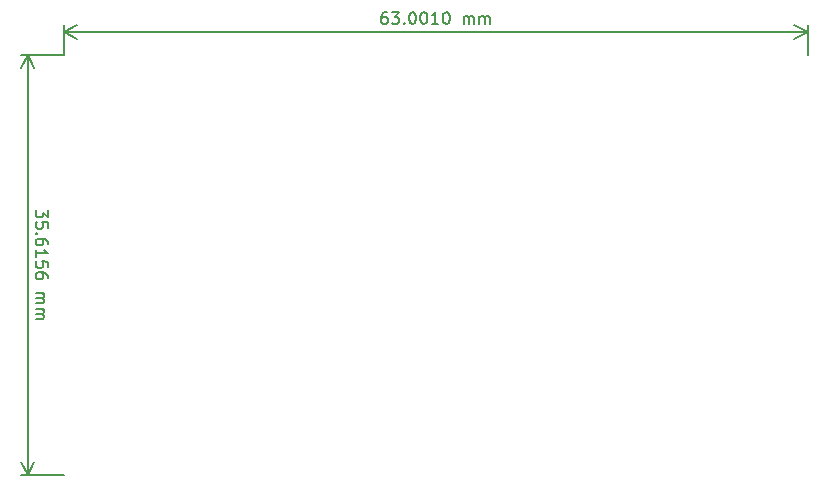
<source format=gbr>
%TF.GenerationSoftware,KiCad,Pcbnew,7.0.9-7.0.9~ubuntu23.04.1*%
%TF.CreationDate,2024-02-01T13:59:36+00:00*%
%TF.ProjectId,t1,74312e6b-6963-4616-945f-706362585858,${git_hash}*%
%TF.SameCoordinates,Original*%
%TF.FileFunction,OtherDrawing,Comment*%
%FSLAX46Y46*%
G04 Gerber Fmt 4.6, Leading zero omitted, Abs format (unit mm)*
G04 Created by KiCad (PCBNEW 7.0.9-7.0.9~ubuntu23.04.1) date 2024-02-01 13:59:36*
%MOMM*%
%LPD*%
G01*
G04 APERTURE LIST*
%ADD10C,0.150000*%
G04 APERTURE END LIST*
D10*
X117645535Y-78825572D02*
X117645553Y-79444620D01*
X117645553Y-79444620D02*
X117264591Y-79111297D01*
X117264591Y-79111297D02*
X117264595Y-79254154D01*
X117264595Y-79254154D02*
X117216979Y-79349394D01*
X117216979Y-79349394D02*
X117169361Y-79397014D01*
X117169361Y-79397014D02*
X117074124Y-79444636D01*
X117074124Y-79444636D02*
X116836029Y-79444643D01*
X116836029Y-79444643D02*
X116740790Y-79397026D01*
X116740790Y-79397026D02*
X116693169Y-79349409D01*
X116693169Y-79349409D02*
X116645547Y-79254172D01*
X116645547Y-79254172D02*
X116645539Y-78968458D01*
X116645539Y-78968458D02*
X116693156Y-78873218D01*
X116693156Y-78873218D02*
X116740774Y-78825598D01*
X117645578Y-80349382D02*
X117645565Y-79873191D01*
X117645565Y-79873191D02*
X117169373Y-79825586D01*
X117169373Y-79825586D02*
X117216993Y-79873203D01*
X117216993Y-79873203D02*
X117264615Y-79968440D01*
X117264615Y-79968440D02*
X117264622Y-80206535D01*
X117264622Y-80206535D02*
X117217005Y-80301775D01*
X117217005Y-80301775D02*
X117169388Y-80349395D01*
X117169388Y-80349395D02*
X117074151Y-80397017D01*
X117074151Y-80397017D02*
X116836056Y-80397024D01*
X116836056Y-80397024D02*
X116740816Y-80349407D01*
X116740816Y-80349407D02*
X116693196Y-80301790D01*
X116693196Y-80301790D02*
X116645574Y-80206553D01*
X116645574Y-80206553D02*
X116645568Y-79968458D01*
X116645568Y-79968458D02*
X116693184Y-79873218D01*
X116693184Y-79873218D02*
X116740802Y-79825598D01*
X116740830Y-80825598D02*
X116693212Y-80873218D01*
X116693212Y-80873218D02*
X116645592Y-80825601D01*
X116645592Y-80825601D02*
X116693209Y-80777980D01*
X116693209Y-80777980D02*
X116740830Y-80825598D01*
X116740830Y-80825598D02*
X116645592Y-80825601D01*
X117645617Y-81730334D02*
X117645612Y-81539858D01*
X117645612Y-81539858D02*
X117597990Y-81444621D01*
X117597990Y-81444621D02*
X117550370Y-81397003D01*
X117550370Y-81397003D02*
X117407510Y-81301769D01*
X117407510Y-81301769D02*
X117217032Y-81254155D01*
X117217032Y-81254155D02*
X116836080Y-81254166D01*
X116836080Y-81254166D02*
X116740843Y-81301788D01*
X116740843Y-81301788D02*
X116693225Y-81349408D01*
X116693225Y-81349408D02*
X116645609Y-81444648D01*
X116645609Y-81444648D02*
X116645614Y-81635124D01*
X116645614Y-81635124D02*
X116693236Y-81730361D01*
X116693236Y-81730361D02*
X116740856Y-81777978D01*
X116740856Y-81777978D02*
X116836096Y-81825595D01*
X116836096Y-81825595D02*
X117074191Y-81825588D01*
X117074191Y-81825588D02*
X117169428Y-81777966D01*
X117169428Y-81777966D02*
X117217046Y-81730346D01*
X117217046Y-81730346D02*
X117264662Y-81635106D01*
X117264662Y-81635106D02*
X117264657Y-81444630D01*
X117264657Y-81444630D02*
X117217035Y-81349394D01*
X117217035Y-81349394D02*
X117169414Y-81301776D01*
X117169414Y-81301776D02*
X117074175Y-81254159D01*
X116645646Y-82777981D02*
X116645630Y-82206552D01*
X116645638Y-82492267D02*
X117645638Y-82492239D01*
X117645638Y-82492239D02*
X117502779Y-82397005D01*
X117502779Y-82397005D02*
X117407538Y-82301769D01*
X117407538Y-82301769D02*
X117359916Y-82206532D01*
X117645672Y-83682715D02*
X117645658Y-83206524D01*
X117645658Y-83206524D02*
X117169467Y-83158919D01*
X117169467Y-83158919D02*
X117217087Y-83206536D01*
X117217087Y-83206536D02*
X117264709Y-83301773D01*
X117264709Y-83301773D02*
X117264715Y-83539868D01*
X117264715Y-83539868D02*
X117217099Y-83635108D01*
X117217099Y-83635108D02*
X117169481Y-83682728D01*
X117169481Y-83682728D02*
X117074245Y-83730350D01*
X117074245Y-83730350D02*
X116836149Y-83730357D01*
X116836149Y-83730357D02*
X116740910Y-83682740D01*
X116740910Y-83682740D02*
X116693290Y-83635123D01*
X116693290Y-83635123D02*
X116645668Y-83539886D01*
X116645668Y-83539886D02*
X116645661Y-83301791D01*
X116645661Y-83301791D02*
X116693277Y-83206551D01*
X116693277Y-83206551D02*
X116740895Y-83158931D01*
X117645697Y-84587477D02*
X117645692Y-84397001D01*
X117645692Y-84397001D02*
X117598070Y-84301764D01*
X117598070Y-84301764D02*
X117550450Y-84254146D01*
X117550450Y-84254146D02*
X117407590Y-84158912D01*
X117407590Y-84158912D02*
X117217112Y-84111298D01*
X117217112Y-84111298D02*
X116836160Y-84111309D01*
X116836160Y-84111309D02*
X116740923Y-84158931D01*
X116740923Y-84158931D02*
X116693306Y-84206551D01*
X116693306Y-84206551D02*
X116645689Y-84301791D01*
X116645689Y-84301791D02*
X116645695Y-84492267D01*
X116645695Y-84492267D02*
X116693316Y-84587504D01*
X116693316Y-84587504D02*
X116740937Y-84635121D01*
X116740937Y-84635121D02*
X116836176Y-84682738D01*
X116836176Y-84682738D02*
X117074271Y-84682731D01*
X117074271Y-84682731D02*
X117169508Y-84635109D01*
X117169508Y-84635109D02*
X117217126Y-84587489D01*
X117217126Y-84587489D02*
X117264742Y-84492249D01*
X117264742Y-84492249D02*
X117264737Y-84301773D01*
X117264737Y-84301773D02*
X117217115Y-84206537D01*
X117217115Y-84206537D02*
X117169495Y-84158919D01*
X117169495Y-84158919D02*
X117074255Y-84111302D01*
X116645733Y-85873220D02*
X117312400Y-85873201D01*
X117217162Y-85873203D02*
X117264782Y-85920821D01*
X117264782Y-85920821D02*
X117312404Y-86016058D01*
X117312404Y-86016058D02*
X117312408Y-86158915D01*
X117312408Y-86158915D02*
X117264792Y-86254155D01*
X117264792Y-86254155D02*
X117169555Y-86301776D01*
X117169555Y-86301776D02*
X116645745Y-86301791D01*
X117169555Y-86301776D02*
X117264794Y-86349393D01*
X117264794Y-86349393D02*
X117312416Y-86444629D01*
X117312416Y-86444629D02*
X117312420Y-86587487D01*
X117312420Y-86587487D02*
X117264804Y-86682726D01*
X117264804Y-86682726D02*
X117169567Y-86730348D01*
X117169567Y-86730348D02*
X116645757Y-86730362D01*
X116645771Y-87206553D02*
X117312437Y-87206534D01*
X117217199Y-87206536D02*
X117264820Y-87254154D01*
X117264820Y-87254154D02*
X117312441Y-87349391D01*
X117312441Y-87349391D02*
X117312445Y-87492248D01*
X117312445Y-87492248D02*
X117264829Y-87587488D01*
X117264829Y-87587488D02*
X117169592Y-87635109D01*
X117169592Y-87635109D02*
X116645783Y-87635124D01*
X117169592Y-87635109D02*
X117264832Y-87682726D01*
X117264832Y-87682726D02*
X117312453Y-87777962D01*
X117312453Y-87777962D02*
X117312457Y-87920820D01*
X117312457Y-87920820D02*
X117264841Y-88016059D01*
X117264841Y-88016059D02*
X117169604Y-88063681D01*
X117169604Y-88063681D02*
X116645795Y-88063695D01*
X119000000Y-101300000D02*
X115364566Y-101300102D01*
X118999000Y-65684400D02*
X115363566Y-65684502D01*
X115950986Y-101300086D02*
X115949986Y-65684486D01*
X115950986Y-101300086D02*
X115949986Y-65684486D01*
X115950986Y-101300086D02*
X115364534Y-100173599D01*
X115950986Y-101300086D02*
X116537375Y-100173566D01*
X115949986Y-65684486D02*
X116536438Y-66810973D01*
X115949986Y-65684486D02*
X115363597Y-66811006D01*
X146357541Y-62065568D02*
X146167065Y-62065521D01*
X146167065Y-62065521D02*
X146071815Y-62113116D01*
X146071815Y-62113116D02*
X146024184Y-62160723D01*
X146024184Y-62160723D02*
X145928911Y-62303557D01*
X145928911Y-62303557D02*
X145881245Y-62494021D01*
X145881245Y-62494021D02*
X145881150Y-62874974D01*
X145881150Y-62874974D02*
X145928746Y-62970223D01*
X145928746Y-62970223D02*
X145976353Y-63017854D01*
X145976353Y-63017854D02*
X146071579Y-63065497D01*
X146071579Y-63065497D02*
X146262056Y-63065544D01*
X146262056Y-63065544D02*
X146357305Y-63017949D01*
X146357305Y-63017949D02*
X146404936Y-62970341D01*
X146404936Y-62970341D02*
X146452579Y-62875115D01*
X146452579Y-62875115D02*
X146452638Y-62637020D01*
X146452638Y-62637020D02*
X146405042Y-62541770D01*
X146405042Y-62541770D02*
X146357435Y-62494139D01*
X146357435Y-62494139D02*
X146262209Y-62446497D01*
X146262209Y-62446497D02*
X146071733Y-62446449D01*
X146071733Y-62446449D02*
X145976483Y-62494045D01*
X145976483Y-62494045D02*
X145928852Y-62541652D01*
X145928852Y-62541652D02*
X145881209Y-62636878D01*
X146786113Y-62065674D02*
X147405160Y-62065827D01*
X147405160Y-62065827D02*
X147071733Y-62446697D01*
X147071733Y-62446697D02*
X147214590Y-62446732D01*
X147214590Y-62446732D02*
X147309816Y-62494375D01*
X147309816Y-62494375D02*
X147357423Y-62542006D01*
X147357423Y-62542006D02*
X147405019Y-62637256D01*
X147405019Y-62637256D02*
X147404960Y-62875351D01*
X147404960Y-62875351D02*
X147357317Y-62970577D01*
X147357317Y-62970577D02*
X147309686Y-63018184D01*
X147309686Y-63018184D02*
X147214437Y-63065780D01*
X147214437Y-63065780D02*
X146928722Y-63065709D01*
X146928722Y-63065709D02*
X146833496Y-63018067D01*
X146833496Y-63018067D02*
X146785889Y-62970436D01*
X147833508Y-62970695D02*
X147881115Y-63018326D01*
X147881115Y-63018326D02*
X147833484Y-63065933D01*
X147833484Y-63065933D02*
X147785877Y-63018302D01*
X147785877Y-63018302D02*
X147833508Y-62970695D01*
X147833508Y-62970695D02*
X147833484Y-63065933D01*
X148500398Y-62066098D02*
X148595636Y-62066122D01*
X148595636Y-62066122D02*
X148690862Y-62113765D01*
X148690862Y-62113765D02*
X148738470Y-62161395D01*
X148738470Y-62161395D02*
X148786065Y-62256645D01*
X148786065Y-62256645D02*
X148833637Y-62447133D01*
X148833637Y-62447133D02*
X148833578Y-62685228D01*
X148833578Y-62685228D02*
X148785912Y-62875693D01*
X148785912Y-62875693D02*
X148738269Y-62970919D01*
X148738269Y-62970919D02*
X148690638Y-63018526D01*
X148690638Y-63018526D02*
X148595388Y-63066122D01*
X148595388Y-63066122D02*
X148500150Y-63066098D01*
X148500150Y-63066098D02*
X148404924Y-63018456D01*
X148404924Y-63018456D02*
X148357317Y-62970825D01*
X148357317Y-62970825D02*
X148309721Y-62875575D01*
X148309721Y-62875575D02*
X148262149Y-62685087D01*
X148262149Y-62685087D02*
X148262208Y-62446992D01*
X148262208Y-62446992D02*
X148309875Y-62256527D01*
X148309875Y-62256527D02*
X148357517Y-62161301D01*
X148357517Y-62161301D02*
X148405148Y-62113694D01*
X148405148Y-62113694D02*
X148500398Y-62066098D01*
X149452779Y-62066334D02*
X149548017Y-62066358D01*
X149548017Y-62066358D02*
X149643243Y-62114000D01*
X149643243Y-62114000D02*
X149690851Y-62161631D01*
X149690851Y-62161631D02*
X149738446Y-62256881D01*
X149738446Y-62256881D02*
X149786018Y-62447369D01*
X149786018Y-62447369D02*
X149785959Y-62685464D01*
X149785959Y-62685464D02*
X149738293Y-62875929D01*
X149738293Y-62875929D02*
X149690650Y-62971155D01*
X149690650Y-62971155D02*
X149643019Y-63018762D01*
X149643019Y-63018762D02*
X149547769Y-63066358D01*
X149547769Y-63066358D02*
X149452531Y-63066334D01*
X149452531Y-63066334D02*
X149357305Y-63018691D01*
X149357305Y-63018691D02*
X149309698Y-62971061D01*
X149309698Y-62971061D02*
X149262102Y-62875811D01*
X149262102Y-62875811D02*
X149214530Y-62685323D01*
X149214530Y-62685323D02*
X149214589Y-62447228D01*
X149214589Y-62447228D02*
X149262256Y-62256763D01*
X149262256Y-62256763D02*
X149309898Y-62161537D01*
X149309898Y-62161537D02*
X149357529Y-62113930D01*
X149357529Y-62113930D02*
X149452779Y-62066334D01*
X150738246Y-63066652D02*
X150166817Y-63066511D01*
X150452531Y-63066582D02*
X150452779Y-62066582D01*
X150452779Y-62066582D02*
X150357506Y-62209415D01*
X150357506Y-62209415D02*
X150262244Y-62304630D01*
X150262244Y-62304630D02*
X150166994Y-62352225D01*
X151357541Y-62066806D02*
X151452779Y-62066829D01*
X151452779Y-62066829D02*
X151548005Y-62114472D01*
X151548005Y-62114472D02*
X151595613Y-62162103D01*
X151595613Y-62162103D02*
X151643208Y-62257353D01*
X151643208Y-62257353D02*
X151690780Y-62447841D01*
X151690780Y-62447841D02*
X151690721Y-62685936D01*
X151690721Y-62685936D02*
X151643055Y-62876400D01*
X151643055Y-62876400D02*
X151595412Y-62971627D01*
X151595412Y-62971627D02*
X151547781Y-63019234D01*
X151547781Y-63019234D02*
X151452531Y-63066829D01*
X151452531Y-63066829D02*
X151357293Y-63066806D01*
X151357293Y-63066806D02*
X151262067Y-63019163D01*
X151262067Y-63019163D02*
X151214460Y-62971532D01*
X151214460Y-62971532D02*
X151166864Y-62876282D01*
X151166864Y-62876282D02*
X151119292Y-62685794D01*
X151119292Y-62685794D02*
X151119351Y-62447699D01*
X151119351Y-62447699D02*
X151167018Y-62257235D01*
X151167018Y-62257235D02*
X151214660Y-62162009D01*
X151214660Y-62162009D02*
X151262291Y-62114401D01*
X151262291Y-62114401D02*
X151357541Y-62066806D01*
X152881103Y-63067183D02*
X152881268Y-62400516D01*
X152881245Y-62495755D02*
X152928875Y-62448147D01*
X152928875Y-62448147D02*
X153024125Y-62400552D01*
X153024125Y-62400552D02*
X153166982Y-62400587D01*
X153166982Y-62400587D02*
X153262209Y-62448230D01*
X153262209Y-62448230D02*
X153309804Y-62543480D01*
X153309804Y-62543480D02*
X153309674Y-63067289D01*
X153309804Y-62543480D02*
X153357447Y-62448253D01*
X153357447Y-62448253D02*
X153452697Y-62400658D01*
X153452697Y-62400658D02*
X153595554Y-62400693D01*
X153595554Y-62400693D02*
X153690780Y-62448336D01*
X153690780Y-62448336D02*
X153738376Y-62543586D01*
X153738376Y-62543586D02*
X153738246Y-63067395D01*
X154214436Y-63067513D02*
X154214601Y-62400847D01*
X154214577Y-62496085D02*
X154262208Y-62448477D01*
X154262208Y-62448477D02*
X154357458Y-62400882D01*
X154357458Y-62400882D02*
X154500315Y-62400917D01*
X154500315Y-62400917D02*
X154595542Y-62448560D01*
X154595542Y-62448560D02*
X154643137Y-62543810D01*
X154643137Y-62543810D02*
X154643007Y-63067619D01*
X154643137Y-62543810D02*
X154690780Y-62448584D01*
X154690780Y-62448584D02*
X154786030Y-62400988D01*
X154786030Y-62400988D02*
X154928887Y-62401023D01*
X154928887Y-62401023D02*
X155024113Y-62448666D01*
X155024113Y-62448666D02*
X155071709Y-62543916D01*
X155071709Y-62543916D02*
X155071579Y-63067725D01*
X118999000Y-65684400D02*
X118999623Y-63167555D01*
X182000000Y-65700000D02*
X182000623Y-63183155D01*
X118999478Y-63753975D02*
X182000478Y-63769575D01*
X118999478Y-63753975D02*
X182000478Y-63769575D01*
X118999478Y-63753975D02*
X120126127Y-63167833D01*
X118999478Y-63753975D02*
X120125837Y-64340675D01*
X182000478Y-63769575D02*
X180873829Y-64355717D01*
X182000478Y-63769575D02*
X180874119Y-63182875D01*
M02*

</source>
